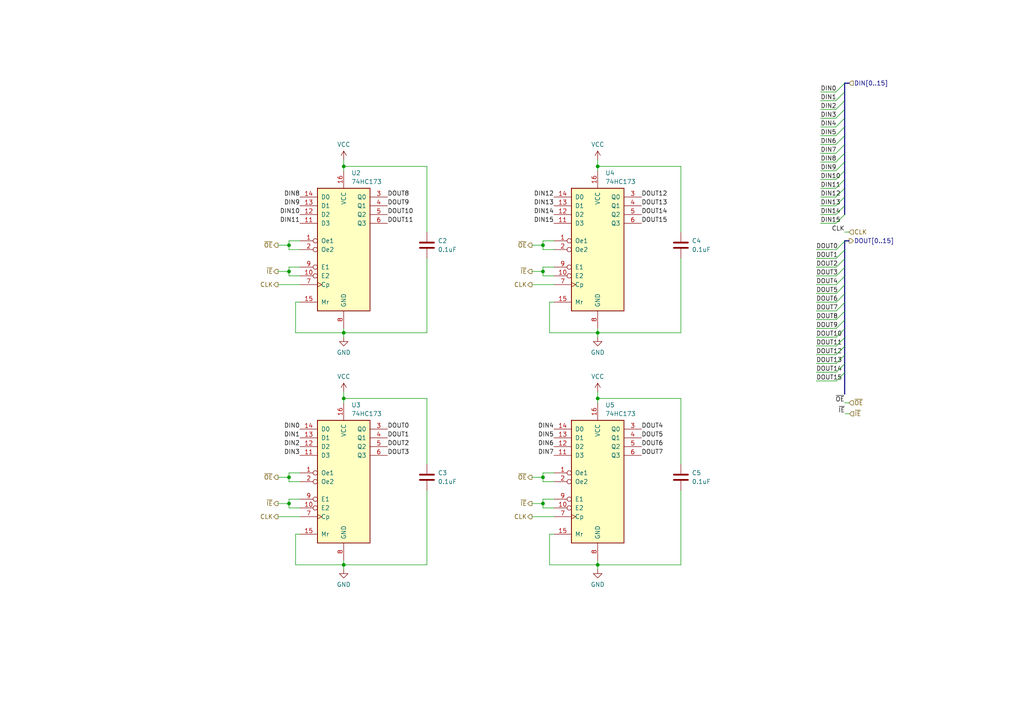
<source format=kicad_sch>
(kicad_sch (version 20231120) (generator "eeschema") (generator_version "8.0")
  (paper "A4")
  (lib_symbols
    (symbol "74xx:74HC173" (pin_names (offset 1.016))
      (property "Reference" "U" (at -7.62 19.05 0))
      (property "Value" "74HC173" (at -7.62 -19.05 0))
      (symbol "74HC173_1_0"
        (pin input inverted (at -12.7 2.54 0) (length 5.08) (name "Oe1") (number "1"))
        (pin input inverted (at -12.7 -7.62 0) (length 5.08) (name "E2") (number "10"))
        (pin input line (at -12.7 7.62 0) (length 5.08) (name "D3") (number "11"))
        (pin input line (at -12.7 10.16 0) (length 5.08) (name "D2") (number "12"))
        (pin input line (at -12.7 12.7 0) (length 5.08) (name "D1") (number "13"))
        (pin input line (at -12.7 15.24 0) (length 5.08) (name "D0") (number "14"))
        (pin input line (at -12.7 -15.24 0) (length 5.08) (name "Mr") (number "15"))
        (pin power_in line (at 0 22.86 270) (length 5.08) (name "VCC") (number "16"))
        (pin input inverted (at -12.7 0 0) (length 5.08) (name "Oe2") (number "2"))
        (pin tri_state line (at 12.7 15.24 180) (length 5.08) (name "Q0") (number "3"))
        (pin tri_state line (at 12.7 12.7 180) (length 5.08) (name "Q1") (number "4"))
        (pin tri_state line (at 12.7 10.16 180) (length 5.08) (name "Q2") (number "5"))
        (pin tri_state line (at 12.7 7.62 180) (length 5.08) (name "Q3") (number "6"))
        (pin input clock (at -12.7 -10.16 0) (length 5.08) (name "Cp") (number "7"))
        (pin power_in line (at 0 -22.86 90) (length 5.08) (name "GND") (number "8"))
        (pin input inverted (at -12.7 -5.08 0) (length 5.08) (name "E1") (number "9"))
      )
      (symbol "74HC173_1_1"
        (rectangle (start -7.62 17.78) (end 7.62 -17.78) (stroke (width 0.254)) (fill (type background)))
      )
    )
    (symbol "Device:C" (pin_numbers hide) (pin_names (offset 0.254))
      (property "Reference" "C" (at 0.635 2.54 0))
      (property "Value" "C" (at 0.635 -2.54 0))
      (symbol "C_0_1"
        (polyline (pts (xy -2.032 -0.762) (xy 2.032 -0.762)) (stroke (width 0.508)))
        (polyline (pts (xy -2.032 0.762) (xy 2.032 0.762)) (stroke (width 0.508)))
      )
      (symbol "C_1_1"
        (pin passive line (at 0 3.81 270) (length 2.794) (name "~") (number "1"))
        (pin passive line (at 0 -3.81 90) (length 2.794) (name "~") (number "2"))
      )
    )
    (symbol "power:GND" (power) (pin_numbers hide) (pin_names (offset 0) hide)
      (property "Value" "GND" (at 0 -3.81 0))
      (symbol "GND_0_1"
        (polyline (pts (xy 0 0) (xy 0 -1.27) (xy 1.27 -1.27) (xy 0 -2.54) (xy -1.27 -1.27) (xy 0 -1.27)))
      )
      (symbol "GND_1_1"
        (pin power_in line (at 0 0 270) (length 0) (name "~") (number "1"))
      )
    )
    (symbol "power:VCC" (power) (pin_numbers hide) (pin_names (offset 0) hide)
      (property "Value" "VCC" (at 0 3.556 0))
      (symbol "VCC_0_1"
        (polyline (pts (xy -0.762 1.27) (xy 0 2.54)))
        (polyline (pts (xy 0 0) (xy 0 2.54)))
        (polyline (pts (xy 0 2.54) (xy 0.762 1.27)))
      )
      (symbol "VCC_1_1"
        (pin power_in line (at 0 0 90) (length 0) (name "~") (number "1"))
      )
    )
  )
  (junction (at 157.48 78.74))
  (junction (at 173.355 163.83))
  (junction (at 99.695 163.83))
  (junction (at 99.695 115.57))
  (junction (at 157.48 146.05))
  (junction (at 173.355 96.52))
  (junction (at 173.355 48.26))
  (junction (at 99.695 48.26))
  (junction (at 83.82 71.12))
  (junction (at 83.82 78.74))
  (junction (at 173.355 115.57))
  (junction (at 99.695 96.52))
  (junction (at 83.82 138.43))
  (junction (at 157.48 138.43))
  (junction (at 83.82 146.05))
  (junction (at 157.48 71.12))
  (bus_entry (at 245.11 85.09) (size -2.54 2.54))
  (bus_entry (at 245.11 74.93) (size -2.54 2.54))
  (bus_entry (at 244.983 36.83) (size -2.54 2.54))
  (bus_entry (at 245.11 107.95) (size -2.54 2.54))
  (bus_entry (at 244.983 49.53) (size -2.54 2.54))
  (bus_entry (at 244.983 29.21) (size -2.54 2.54))
  (bus_entry (at 244.983 52.07) (size -2.54 2.54))
  (bus_entry (at 245.11 97.79) (size -2.54 2.54))
  (bus_entry (at 244.983 57.15) (size -2.54 2.54))
  (bus_entry (at 245.11 102.87) (size -2.54 2.54))
  (bus_entry (at 245.11 80.01) (size -2.54 2.54))
  (bus_entry (at 244.983 59.69) (size -2.54 2.54))
  (bus_entry (at 244.983 39.37) (size -2.54 2.54))
  (bus_entry (at 245.11 105.41) (size -2.54 2.54))
  (bus_entry (at 244.983 44.45) (size -2.54 2.54))
  (bus_entry (at 244.983 62.23) (size -2.54 2.54))
  (bus_entry (at 245.11 72.39) (size -2.54 2.54))
  (bus_entry (at 244.983 24.13) (size -2.54 2.54))
  (bus_entry (at 244.983 54.61) (size -2.54 2.54))
  (bus_entry (at 245.11 77.47) (size -2.54 2.54))
  (bus_entry (at 244.983 41.91) (size -2.54 2.54))
  (bus_entry (at 245.11 92.71) (size -2.54 2.54))
  (bus_entry (at 245.11 87.63) (size -2.54 2.54))
  (bus_entry (at 245.11 100.33) (size -2.54 2.54))
  (bus_entry (at 245.11 69.85) (size -2.54 2.54))
  (bus_entry (at 244.983 31.75) (size -2.54 2.54))
  (bus_entry (at 244.983 46.99) (size -2.54 2.54))
  (bus_entry (at 244.983 34.29) (size -2.54 2.54))
  (bus_entry (at 245.11 95.25) (size -2.54 2.54))
  (bus_entry (at 245.11 82.55) (size -2.54 2.54))
  (bus_entry (at 245.11 90.17) (size -2.54 2.54))
  (bus_entry (at 244.983 26.67) (size -2.54 2.54))
  (wire (pts (xy 83.82 139.7) (xy 86.995 139.7)))
  (wire (pts (xy 157.48 77.47) (xy 157.48 78.74)))
  (wire (pts (xy 86.995 69.85) (xy 83.82 69.85)))
  (wire (pts (xy 236.728 90.17) (xy 242.57 90.17)))
  (wire (pts (xy 80.645 146.05) (xy 83.82 146.05)))
  (wire (pts (xy 85.725 154.94) (xy 85.725 163.83)))
  (bus (pts (xy 244.983 29.21) (xy 244.983 31.75)))
  (wire (pts (xy 159.385 154.94) (xy 159.385 163.83)))
  (wire (pts (xy 99.695 48.26) (xy 99.695 49.53)))
  (wire (pts (xy 236.728 95.25) (xy 242.57 95.25)))
  (bus (pts (xy 244.983 59.69) (xy 244.983 62.23)))
  (bus (pts (xy 244.983 54.61) (xy 244.983 57.15)))
  (wire (pts (xy 86.995 77.47) (xy 83.82 77.47)))
  (wire (pts (xy 237.998 52.07) (xy 242.443 52.07)))
  (wire (pts (xy 237.998 54.61) (xy 242.443 54.61)))
  (wire (pts (xy 83.82 144.78) (xy 83.82 146.05)))
  (wire (pts (xy 154.305 138.43) (xy 157.48 138.43)))
  (wire (pts (xy 236.728 87.63) (xy 242.57 87.63)))
  (wire (pts (xy 237.998 46.99) (xy 242.443 46.99)))
  (wire (pts (xy 157.48 80.01) (xy 160.655 80.01)))
  (wire (pts (xy 99.695 163.83) (xy 99.695 165.1)))
  (wire (pts (xy 160.655 69.85) (xy 157.48 69.85)))
  (wire (pts (xy 157.48 69.85) (xy 157.48 71.12)))
  (wire (pts (xy 236.728 97.79) (xy 242.57 97.79)))
  (wire (pts (xy 157.48 144.78) (xy 157.48 146.05)))
  (wire (pts (xy 173.355 115.57) (xy 173.355 116.84)))
  (wire (pts (xy 123.825 48.26) (xy 123.825 67.31)))
  (wire (pts (xy 237.998 41.91) (xy 242.443 41.91)))
  (bus (pts (xy 244.983 34.29) (xy 244.983 36.83)))
  (wire (pts (xy 236.728 100.33) (xy 242.57 100.33)))
  (bus (pts (xy 245.11 69.85) (xy 244.983 69.85)))
  (wire (pts (xy 99.695 115.57) (xy 99.695 116.84)))
  (wire (pts (xy 83.82 80.01) (xy 86.995 80.01)))
  (wire (pts (xy 237.998 62.23) (xy 242.443 62.23)))
  (wire (pts (xy 173.355 115.57) (xy 197.485 115.57)))
  (wire (pts (xy 123.825 115.57) (xy 123.825 134.62)))
  (wire (pts (xy 99.695 96.52) (xy 123.825 96.52)))
  (wire (pts (xy 173.355 96.52) (xy 173.355 95.25)))
  (wire (pts (xy 237.998 36.83) (xy 242.443 36.83)))
  (wire (pts (xy 154.305 78.74) (xy 157.48 78.74)))
  (wire (pts (xy 83.82 71.12) (xy 83.82 72.39)))
  (bus (pts (xy 244.983 26.67) (xy 244.983 29.21)))
  (bus (pts (xy 244.983 57.15) (xy 244.983 59.69)))
  (wire (pts (xy 159.385 96.52) (xy 173.355 96.52)))
  (wire (pts (xy 237.998 26.67) (xy 242.443 26.67)))
  (wire (pts (xy 159.385 87.63) (xy 160.655 87.63)))
  (wire (pts (xy 157.48 146.05) (xy 157.48 147.32)))
  (bus (pts (xy 244.983 36.83) (xy 244.983 39.37)))
  (wire (pts (xy 83.82 147.32) (xy 86.995 147.32)))
  (wire (pts (xy 154.305 146.05) (xy 157.48 146.05)))
  (wire (pts (xy 197.485 48.26) (xy 197.485 67.31)))
  (wire (pts (xy 99.695 48.26) (xy 123.825 48.26)))
  (wire (pts (xy 83.82 77.47) (xy 83.82 78.74)))
  (wire (pts (xy 83.82 78.74) (xy 83.82 80.01)))
  (wire (pts (xy 85.725 96.52) (xy 99.695 96.52)))
  (wire (pts (xy 237.998 57.15) (xy 242.443 57.15)))
  (bus (pts (xy 244.983 49.53) (xy 244.983 52.07)))
  (wire (pts (xy 99.695 163.83) (xy 123.825 163.83)))
  (wire (pts (xy 237.998 31.75) (xy 242.443 31.75)))
  (wire (pts (xy 157.48 78.74) (xy 157.48 80.01)))
  (wire (pts (xy 173.355 48.26) (xy 197.485 48.26)))
  (wire (pts (xy 173.355 163.83) (xy 173.355 165.1)))
  (wire (pts (xy 154.305 71.12) (xy 157.48 71.12)))
  (wire (pts (xy 83.82 137.16) (xy 83.82 138.43)))
  (wire (pts (xy 99.695 115.57) (xy 123.825 115.57)))
  (wire (pts (xy 85.725 87.63) (xy 85.725 96.52)))
  (wire (pts (xy 83.82 146.05) (xy 83.82 147.32)))
  (wire (pts (xy 80.645 149.86) (xy 86.995 149.86)))
  (wire (pts (xy 244.983 67.31) (xy 246.253 67.31)))
  (bus (pts (xy 244.983 41.91) (xy 244.983 44.45)))
  (wire (pts (xy 173.355 48.26) (xy 173.355 49.53)))
  (bus (pts (xy 244.983 24.13) (xy 244.983 26.67)))
  (wire (pts (xy 160.655 144.78) (xy 157.48 144.78)))
  (wire (pts (xy 80.645 71.12) (xy 83.82 71.12)))
  (wire (pts (xy 236.728 72.39) (xy 242.57 72.39)))
  (bus (pts (xy 246.253 24.13) (xy 244.983 24.13)))
  (bus (pts (xy 246.253 69.85) (xy 245.11 69.85)))
  (wire (pts (xy 160.655 137.16) (xy 157.48 137.16)))
  (wire (pts (xy 173.355 46.355) (xy 173.355 48.26)))
  (wire (pts (xy 83.82 69.85) (xy 83.82 71.12)))
  (wire (pts (xy 236.728 107.95) (xy 242.57 107.95)))
  (wire (pts (xy 154.305 149.86) (xy 160.655 149.86)))
  (wire (pts (xy 236.728 110.49) (xy 242.57 110.49)))
  (wire (pts (xy 197.485 115.57) (xy 197.485 134.62)))
  (bus (pts (xy 244.983 69.85) (xy 244.983 114.3)))
  (wire (pts (xy 157.48 147.32) (xy 160.655 147.32)))
  (wire (pts (xy 173.355 163.83) (xy 197.485 163.83)))
  (wire (pts (xy 173.355 113.665) (xy 173.355 115.57)))
  (wire (pts (xy 157.48 72.39) (xy 160.655 72.39)))
  (wire (pts (xy 236.728 74.93) (xy 242.57 74.93)))
  (wire (pts (xy 236.728 77.47) (xy 242.57 77.47)))
  (wire (pts (xy 173.355 96.52) (xy 173.355 97.79)))
  (wire (pts (xy 236.728 82.55) (xy 242.57 82.55)))
  (wire (pts (xy 80.645 82.55) (xy 86.995 82.55)))
  (wire (pts (xy 173.355 163.83) (xy 173.355 162.56)))
  (wire (pts (xy 237.998 39.37) (xy 242.443 39.37)))
  (wire (pts (xy 80.645 138.43) (xy 83.82 138.43)))
  (bus (pts (xy 244.983 52.07) (xy 244.983 54.61)))
  (wire (pts (xy 237.998 44.45) (xy 242.443 44.45)))
  (wire (pts (xy 236.728 80.01) (xy 242.57 80.01)))
  (wire (pts (xy 236.728 85.09) (xy 242.57 85.09)))
  (wire (pts (xy 237.998 49.53) (xy 242.443 49.53)))
  (wire (pts (xy 159.385 87.63) (xy 159.385 96.52)))
  (wire (pts (xy 159.385 163.83) (xy 173.355 163.83)))
  (wire (pts (xy 237.998 59.69) (xy 242.443 59.69)))
  (wire (pts (xy 173.355 96.52) (xy 197.485 96.52)))
  (wire (pts (xy 236.728 92.71) (xy 242.57 92.71)))
  (wire (pts (xy 99.695 113.665) (xy 99.695 115.57)))
  (wire (pts (xy 197.485 96.52) (xy 197.485 74.93)))
  (wire (pts (xy 83.82 138.43) (xy 83.82 139.7)))
  (wire (pts (xy 99.695 46.355) (xy 99.695 48.26)))
  (wire (pts (xy 80.645 78.74) (xy 83.82 78.74)))
  (wire (pts (xy 123.825 163.83) (xy 123.825 142.24)))
  (wire (pts (xy 123.825 96.52) (xy 123.825 74.93)))
  (wire (pts (xy 245.11 120.015) (xy 246.38 120.015)))
  (wire (pts (xy 237.998 29.21) (xy 242.443 29.21)))
  (wire (pts (xy 99.695 163.83) (xy 99.695 162.56)))
  (wire (pts (xy 197.485 163.83) (xy 197.485 142.24)))
  (bus (pts (xy 244.983 44.45) (xy 244.983 46.99)))
  (wire (pts (xy 86.995 144.78) (xy 83.82 144.78)))
  (wire (pts (xy 237.998 64.77) (xy 242.443 64.77)))
  (wire (pts (xy 157.48 71.12) (xy 157.48 72.39)))
  (wire (pts (xy 159.385 154.94) (xy 160.655 154.94)))
  (wire (pts (xy 86.995 137.16) (xy 83.82 137.16)))
  (wire (pts (xy 157.48 137.16) (xy 157.48 138.43)))
  (wire (pts (xy 236.728 102.87) (xy 242.57 102.87)))
  (wire (pts (xy 99.695 96.52) (xy 99.695 97.79)))
  (bus (pts (xy 244.983 46.99) (xy 244.983 49.53)))
  (wire (pts (xy 237.998 34.29) (xy 242.443 34.29)))
  (wire (pts (xy 157.48 138.43) (xy 157.48 139.7)))
  (wire (pts (xy 85.725 87.63) (xy 86.995 87.63)))
  (wire (pts (xy 85.725 163.83) (xy 99.695 163.83)))
  (wire (pts (xy 83.82 72.39) (xy 86.995 72.39)))
  (wire (pts (xy 160.655 77.47) (xy 157.48 77.47)))
  (bus (pts (xy 244.983 31.75) (xy 244.983 34.29)))
  (wire (pts (xy 85.725 154.94) (xy 86.995 154.94)))
  (wire (pts (xy 154.305 82.55) (xy 160.655 82.55)))
  (wire (pts (xy 157.48 139.7) (xy 160.655 139.7)))
  (wire (pts (xy 244.983 116.84) (xy 246.253 116.84)))
  (wire (pts (xy 99.695 96.52) (xy 99.695 95.25)))
  (bus (pts (xy 244.983 39.37) (xy 244.983 41.91)))
  (wire (pts (xy 236.728 105.41) (xy 242.57 105.41)))
  (label "DIN5" (at 160.655 127 180))
  (label "DOUT14" (at 186.055 62.23 0))
  (label "DIN2" (at 237.998 31.75 0))
  (label "DIN2" (at 86.995 129.54 180))
  (label "DOUT0" (at 236.728 72.39 0))
  (label "DIN14" (at 160.655 62.23 180))
  (label "DOUT7" (at 236.728 90.17 0))
  (label "DOUT1" (at 236.728 74.93 0))
  (label "DOUT15" (at 186.055 64.77 0))
  (label "DOUT10" (at 236.728 97.79 0))
  (label "DIN11" (at 237.998 54.61 0))
  (label "CLK" (at 244.983 67.31 180))
  (label "DOUT12" (at 236.728 102.87 0))
  (label "DIN7" (at 160.655 132.08 180))
  (label "DOUT3" (at 236.728 80.01 0))
  (label "DIN4" (at 160.655 124.46 180))
  (label "DIN11" (at 86.995 64.77 180))
  (label "DIN3" (at 86.995 132.08 180))
  (label "DIN14" (at 237.998 62.23 0))
  (label "DIN10" (at 237.998 52.07 0))
  (label "DOUT10" (at 112.395 62.23 0))
  (label "DIN9" (at 86.995 59.69 180))
  (label "DOUT0" (at 112.395 124.46 0))
  (label "DIN7" (at 237.998 44.45 0))
  (label "DOUT9" (at 236.728 95.25 0))
  (label "DIN1" (at 86.995 127 180))
  (label "DOUT14" (at 236.728 107.95 0))
  (label "DIN15" (at 237.998 64.77 0))
  (label "DOUT4" (at 186.055 124.46 0))
  (label "DOUT1" (at 112.395 127 0))
  (label "~{IE}" (at 245.11 120.015 180))
  (label "DIN12" (at 160.655 57.15 180))
  (label "~{OE}" (at 244.983 116.84 180))
  (label "DOUT3" (at 112.395 132.08 0))
  (label "DIN9" (at 237.998 49.53 0))
  (label "DIN6" (at 160.655 129.54 180))
  (label "DIN5" (at 237.998 39.37 0))
  (label "DOUT11" (at 112.395 64.77 0))
  (label "DIN8" (at 86.995 57.15 180))
  (label "DOUT13" (at 186.055 59.69 0))
  (label "DOUT8" (at 112.395 57.15 0))
  (label "DIN6" (at 237.998 41.91 0))
  (label "DIN15" (at 160.655 64.77 180))
  (label "DIN8" (at 237.998 46.99 0))
  (label "DIN0" (at 86.995 124.46 180))
  (label "DIN1" (at 237.998 29.21 0))
  (label "DOUT8" (at 236.728 92.71 0))
  (label "DIN10" (at 86.995 62.23 180))
  (label "DOUT5" (at 236.728 85.09 0))
  (label "DOUT7" (at 186.055 132.08 0))
  (label "DOUT15" (at 236.728 110.49 0))
  (label "DOUT6" (at 186.055 129.54 0))
  (label "DIN4" (at 237.998 36.83 0))
  (label "DOUT6" (at 236.728 87.63 0))
  (label "DOUT2" (at 112.395 129.54 0))
  (label "DOUT5" (at 186.055 127 0))
  (label "DIN13" (at 237.998 59.69 0))
  (label "DOUT4" (at 236.728 82.55 0))
  (label "DOUT13" (at 236.728 105.41 0))
  (label "DIN3" (at 237.998 34.29 0))
  (label "DIN12" (at 237.998 57.15 0))
  (label "DOUT12" (at 186.055 57.15 0))
  (label "DIN13" (at 160.655 59.69 180))
  (label "DOUT2" (at 236.728 77.47 0))
  (label "DOUT9" (at 112.395 59.69 0))
  (label "DIN0" (at 237.998 26.67 0))
  (label "DOUT11" (at 236.728 100.33 0))
  (hierarchical_label "~{IE}" (shape output) (at 80.645 78.74 180))
  (hierarchical_label "DIN[0..15]" (shape input) (at 246.253 24.13 0))
  (hierarchical_label "~{OE}" (shape output) (at 154.305 71.12 180))
  (hierarchical_label "~{IE}" (shape input) (at 246.38 120.015 0))
  (hierarchical_label "DOUT[0..15]" (shape output) (at 246.253 69.85 0))
  (hierarchical_label "~{IE}" (shape output) (at 80.645 146.05 180))
  (hierarchical_label "~{OE}" (shape output) (at 154.305 138.43 180))
  (hierarchical_label "~{OE}" (shape output) (at 80.645 71.12 180))
  (hierarchical_label "~{OE}" (shape output) (at 80.645 138.43 180))
  (hierarchical_label "CLK" (shape output) (at 80.645 149.86 180))
  (hierarchical_label "~{IE}" (shape output) (at 154.305 146.05 180))
  (hierarchical_label "CLK" (shape output) (at 80.645 82.55 180))
  (hierarchical_label "~{IE}" (shape output) (at 154.305 78.74 180))
  (hierarchical_label "CLK" (shape output) (at 154.305 82.55 180))
  (hierarchical_label "CLK" (shape output) (at 154.305 149.86 180))
  (hierarchical_label "~{OE}" (shape input) (at 246.253 116.84 0))
  (hierarchical_label "CLK" (shape input) (at 246.253 67.31 0))
  (symbol (lib_id "power:GND") (at 173.355 165.1 0) (unit 1)
    (property "Reference" "#PWR011" (effects (hide yes)))
    (property "Value" "GND" (at 173.355 169.545 0))
    (property "Description" "Power symbol creates a global label with name \"GND\" , ground" (effects (hide yes)))
  )
  (symbol (lib_id "power:GND") (at 99.695 97.79 0) (unit 1)
    (property "Reference" "#PWR05" (effects (hide yes)))
    (property "Value" "GND" (at 99.695 102.235 0))
    (property "Description" "Power symbol creates a global label with name \"GND\" , ground" (effects (hide yes)))
  )
  (symbol (lib_id "power:GND") (at 173.355 97.79 0) (unit 1)
    (property "Reference" "#PWR09" (effects (hide yes)))
    (property "Value" "GND" (at 173.355 102.235 0))
    (property "Description" "Power symbol creates a global label with name \"GND\" , ground" (effects (hide yes)))
  )
  (symbol (lib_id "Device:C") (at 197.485 138.43 0) (unit 1)
    (property "Reference" "C5" (at 200.66 137.1599 0) (effects (justify left)))
    (property "Value" "0.1uF" (at 200.66 139.6999 0) (effects (justify left)))
    (property "Footprint" "Capacitor_SMD:C_0603_1608Metric" (effects (hide yes)))
    (property "Description" "Unpolarized capacitor" (effects (hide yes)))
  )
  (symbol (lib_id "74xx:74HC173") (at 173.355 139.7 0) (unit 1)
    (property "Reference" "U5" (at 175.5491 117.475 0) (effects (justify left)))
    (property "Value" "74HC173" (at 175.5491 120.015 0) (effects (justify left)))
    (property "Footprint" "Package_SO:SOIC-16_3.9x9.9mm_P1.27mm" (effects (hide yes)))
    (property "Datasheet" "https://www.ti.com/lit/ds/symlink/cd74hc173.pdf" (effects (hide yes)))
    (property "Description" "4-bit D-type Register, 3 state out" (effects (hide yes)))
  )
  (symbol (lib_id "74xx:74HC173") (at 99.695 139.7 0) (unit 1)
    (property "Reference" "U3" (at 101.8891 117.475 0) (effects (justify left)))
    (property "Value" "74HC173" (at 101.8891 120.015 0) (effects (justify left)))
    (property "Footprint" "Package_SO:SOIC-16_3.9x9.9mm_P1.27mm" (effects (hide yes)))
    (property "Datasheet" "https://www.ti.com/lit/ds/symlink/cd74hc173.pdf" (effects (hide yes)))
    (property "Description" "4-bit D-type Register, 3 state out" (effects (hide yes)))
  )
  (symbol (lib_id "Device:C") (at 123.825 138.43 0) (unit 1)
    (property "Reference" "C3" (at 127 137.1599 0) (effects (justify left)))
    (property "Value" "0.1uF" (at 127 139.6999 0) (effects (justify left)))
    (property "Footprint" "Capacitor_SMD:C_0603_1608Metric" (effects (hide yes)))
    (property "Description" "Unpolarized capacitor" (effects (hide yes)))
  )
  (symbol (lib_id "74xx:74HC173") (at 173.355 72.39 0) (unit 1)
    (property "Reference" "U4" (at 175.5491 50.165 0) (effects (justify left)))
    (property "Value" "74HC173" (at 175.5491 52.705 0) (effects (justify left)))
    (property "Footprint" "Package_SO:SOIC-16_3.9x9.9mm_P1.27mm" (effects (hide yes)))
    (property "Datasheet" "https://www.ti.com/lit/ds/symlink/cd74hc173.pdf" (effects (hide yes)))
    (property "Description" "4-bit D-type Register, 3 state out" (effects (hide yes)))
  )
  (symbol (lib_id "power:VCC") (at 173.355 113.665 0) (unit 1)
    (property "Reference" "#PWR010" (effects (hide yes)))
    (property "Value" "VCC" (at 173.355 109.22 0))
    (property "Description" "Power symbol creates a global label with name \"VCC\"" (effects (hide yes)))
  )
  (symbol (lib_id "Device:C") (at 123.825 71.12 0) (unit 1)
    (property "Reference" "C2" (at 127 69.8499 0) (effects (justify left)))
    (property "Value" "0.1uF" (at 127 72.3899 0) (effects (justify left)))
    (property "Footprint" "Capacitor_SMD:C_0603_1608Metric" (effects (hide yes)))
    (property "Description" "Unpolarized capacitor" (effects (hide yes)))
  )
  (symbol (lib_id "Device:C") (at 197.485 71.12 0) (unit 1)
    (property "Reference" "C4" (at 200.66 69.8499 0) (effects (justify left)))
    (property "Value" "0.1uF" (at 200.66 72.3899 0) (effects (justify left)))
    (property "Footprint" "Capacitor_SMD:C_0603_1608Metric" (effects (hide yes)))
    (property "Description" "Unpolarized capacitor" (effects (hide yes)))
  )
  (symbol (lib_id "power:VCC") (at 173.355 46.355 0) (unit 1)
    (property "Reference" "#PWR08" (effects (hide yes)))
    (property "Value" "VCC" (at 173.355 41.91 0))
    (property "Description" "Power symbol creates a global label with name \"VCC\"" (effects (hide yes)))
  )
  (symbol (lib_id "power:VCC") (at 99.695 113.665 0) (unit 1)
    (property "Reference" "#PWR06" (effects (hide yes)))
    (property "Value" "VCC" (at 99.695 109.22 0))
    (property "Description" "Power symbol creates a global label with name \"VCC\"" (effects (hide yes)))
  )
  (symbol (lib_id "power:GND") (at 99.695 165.1 0) (unit 1)
    (property "Reference" "#PWR07" (effects (hide yes)))
    (property "Value" "GND" (at 99.695 169.545 0))
    (property "Description" "Power symbol creates a global label with name \"GND\" , ground" (effects (hide yes)))
  )
  (symbol (lib_id "74xx:74HC173") (at 99.695 72.39 0) (unit 1)
    (property "Reference" "U2" (at 101.8891 50.165 0) (effects (justify left)))
    (property "Value" "74HC173" (at 101.8891 52.705 0) (effects (justify left)))
    (property "Footprint" "Package_SO:SOIC-16_3.9x9.9mm_P1.27mm" (effects (hide yes)))
    (property "Datasheet" "https://www.ti.com/lit/ds/symlink/cd74hc173.pdf" (effects (hide yes)))
    (property "Description" "4-bit D-type Register, 3 state out" (effects (hide yes)))
  )
  (symbol (lib_id "power:VCC") (at 99.695 46.355 0) (unit 1)
    (property "Reference" "#PWR04" (effects (hide yes)))
    (property "Value" "VCC" (at 99.695 41.91 0))
    (property "Description" "Power symbol creates a global label with name \"VCC\"" (effects (hide yes)))
  )
)
</source>
